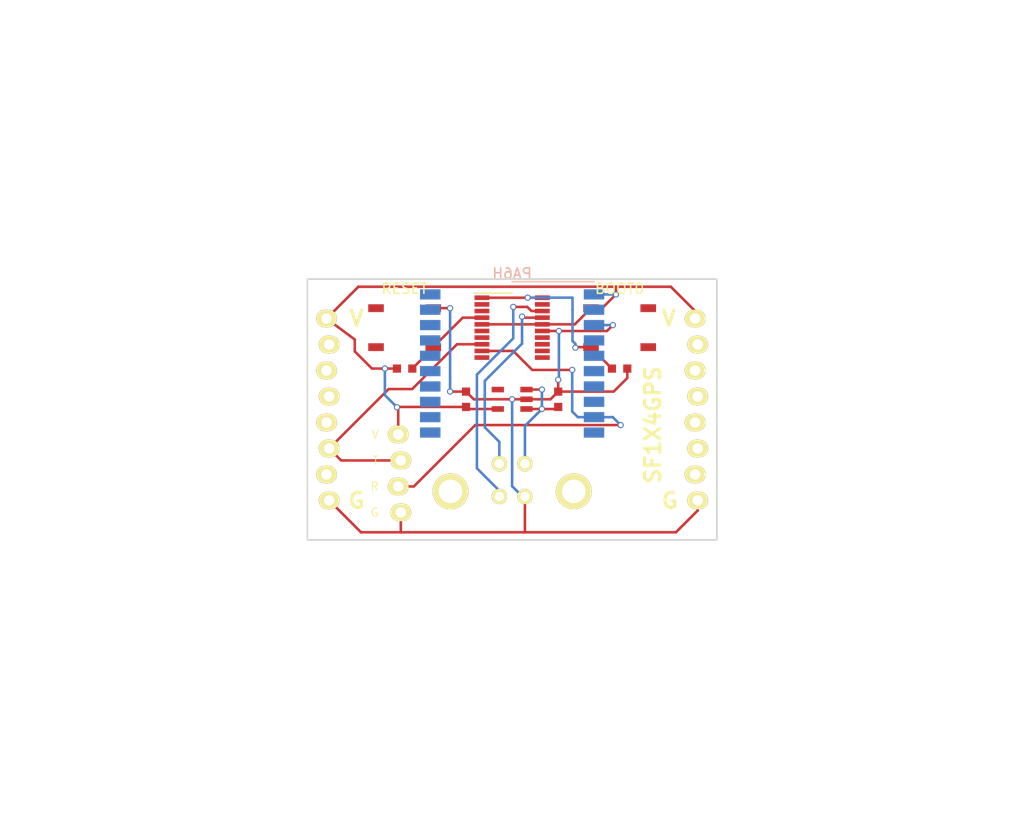
<source format=kicad_pcb>
(kicad_pcb (version 4) (host pcbnew 4.0.2+dfsg1-stable)

  (general
    (links 32)
    (no_connects 0)
    (area 78.774999 50.774999 179.225001 131.225001)
    (thickness 1.6)
    (drawings 13)
    (tracks 133)
    (zones 0)
    (modules 14)
    (nets 10)
  )

  (page A4)
  (layers
    (0 F.Cu signal)
    (31 B.Cu signal)
    (32 B.Adhes user)
    (33 F.Adhes user)
    (34 B.Paste user)
    (35 F.Paste user)
    (36 B.SilkS user)
    (37 F.SilkS user)
    (38 B.Mask user)
    (39 F.Mask user)
    (40 Dwgs.User user)
    (41 Cmts.User user)
    (42 Eco1.User user)
    (43 Eco2.User user)
    (44 Edge.Cuts user)
    (45 Margin user)
    (46 B.CrtYd user)
    (47 F.CrtYd user)
    (48 B.Fab user)
    (49 F.Fab user)
  )

  (setup
    (last_trace_width 0.25)
    (trace_clearance 0.2)
    (zone_clearance 0.508)
    (zone_45_only no)
    (trace_min 0.2)
    (segment_width 0.2)
    (edge_width 0.15)
    (via_size 0.6)
    (via_drill 0.4)
    (via_min_size 0.4)
    (via_min_drill 0.3)
    (uvia_size 0.3)
    (uvia_drill 0.1)
    (uvias_allowed no)
    (uvia_min_size 0.2)
    (uvia_min_drill 0.1)
    (pcb_text_width 0.3)
    (pcb_text_size 1.5 1.5)
    (mod_edge_width 0.15)
    (mod_text_size 1 1)
    (mod_text_width 0.15)
    (pad_size 2.032 1.7272)
    (pad_drill 1.016)
    (pad_to_mask_clearance 0.2)
    (aux_axis_origin 0 0)
    (visible_elements FFFFFF7F)
    (pcbplotparams
      (layerselection 0x00030_80000001)
      (usegerberextensions false)
      (excludeedgelayer true)
      (linewidth 0.150000)
      (plotframeref false)
      (viasonmask false)
      (mode 1)
      (useauxorigin false)
      (hpglpennumber 1)
      (hpglpenspeed 20)
      (hpglpendiameter 15)
      (hpglpenoverlay 2)
      (psnegative false)
      (psa4output false)
      (plotreference true)
      (plotvalue true)
      (plotinvisibletext false)
      (padsonsilk false)
      (subtractmaskfromsilk false)
      (outputformat 1)
      (mirror false)
      (drillshape 1)
      (scaleselection 1)
      (outputdirectory ""))
  )

  (net 0 "")
  (net 1 /gnd)
  (net 2 /vcc)
  (net 3 /reset)
  (net 4 /boot0)
  (net 5 /vin)
  (net 6 /nmea)
  (net 7 /usbdp)
  (net 8 /usbdm)
  (net 9 /utx)

  (net_class Default "This is the default net class."
    (clearance 0.2)
    (trace_width 0.25)
    (via_dia 0.6)
    (via_drill 0.4)
    (uvia_dia 0.3)
    (uvia_drill 0.1)
    (add_net /boot0)
    (add_net /gnd)
    (add_net /nmea)
    (add_net /reset)
    (add_net /usbdm)
    (add_net /usbdp)
    (add_net /utx)
    (add_net /vcc)
    (add_net /vin)
  )

  (module 00_my_modules:Wurth_61400413321_usb (layer F.Cu) (tedit 5E791A21) (tstamp 5E791604)
    (at 129 99)
    (descr Wurth_61400413321)
    (tags usb)
    (fp_text reference USB (at 0 -0.9) (layer F.Fab)
      (effects (font (size 1 1) (thickness 0.15)))
    )
    (fp_text value "" (at 0 1) (layer F.Fab)
      (effects (font (size 0.5 0.5) (thickness 0.01)))
    )
    (fp_line (start -6.1 4.72) (end -6.1 -6.48) (layer F.CrtYd) (width 0.05))
    (fp_line (start 6.1 4.72) (end 6.1 -6.48) (layer F.CrtYd) (width 0.05))
    (fp_line (start -6.1 -6.48) (end 6.1 -6.48) (layer F.CrtYd) (width 0.05))
    (fp_line (start -6.1 4.72) (end 6.1 4.72) (layer F.CrtYd) (width 0.05))
    (fp_line (start -15 0) (end 15 0) (layer F.CrtYd) (width 0.01))
    (fp_line (start 0 -15) (end 0 15) (layer F.CrtYd) (width 0.01))
    (pad V thru_hole circle (at 1.25 -2.7) (size 1.5 1.5) (drill 0.92) (layers *.Cu *.Mask F.SilkS)
      (net 5 /vin))
    (pad - thru_hole circle (at -1.25 -2.7) (size 1.5 1.5) (drill 0.92) (layers *.Cu *.Mask F.SilkS)
      (net 8 /usbdm))
    (pad + thru_hole circle (at -1.25 0.5) (size 1.5 1.5) (drill 0.92) (layers *.Cu *.Mask F.SilkS)
      (net 7 /usbdp))
    (pad G thru_hole circle (at 1.25 0.5) (size 1.5 1.5) (drill 0.92) (layers *.Cu *.Mask F.SilkS)
      (net 1 /gnd))
    (pad X thru_hole circle (at 6.02 0) (size 3.5 3.5) (drill 2.3) (layers *.Cu *.Mask F.SilkS))
    (pad X thru_hole circle (at -6.02 0) (size 3.5 3.5) (drill 2.3) (layers *.Cu *.Mask F.SilkS))
  )

  (module 00_my_modules:header1x8wiggle (layer F.Cu) (tedit 5E790F4C) (tstamp 5E66303D)
    (at 147 91)
    (descr "Through hole pin header")
    (tags "pin header")
    (fp_text reference "" (at 0 -2.4) (layer F.SilkS)
      (effects (font (size 0.5 0.5) (thickness 0.01)))
    )
    (fp_text value "" (at 0 -3.1) (layer F.Fab)
      (effects (font (size 0.5 0.5) (thickness 0.01)))
    )
    (fp_line (start -1.75 -10.64) (end -1.75 10.64) (layer F.CrtYd) (width 0.05))
    (fp_line (start 1.75 -10.64) (end 1.75 10.64) (layer F.CrtYd) (width 0.05))
    (fp_line (start -1.75 -10.64) (end 1.75 -10.64) (layer F.CrtYd) (width 0.05))
    (fp_line (start -1.75 10.64) (end 1.75 10.64) (layer F.CrtYd) (width 0.05))
    (fp_line (start -6 -8.89) (end 6 -8.89) (layer F.CrtYd) (width 0.01))
    (fp_line (start -6 0) (end 6 0) (layer F.CrtYd) (width 0.01))
    (fp_line (start -6 8.89) (end 6 8.89) (layer F.CrtYd) (width 0.01))
    (pad 1 thru_hole oval (at -0.127 -8.89) (size 2.032 1.7272) (drill 1.016) (layers *.Cu *.Mask F.SilkS)
      (net 2 /vcc))
    (pad 2 thru_hole oval (at 0.127 -6.35) (size 2.032 1.7272) (drill 1.016) (layers *.Cu *.Mask F.SilkS))
    (pad 3 thru_hole oval (at -0.127 -3.81) (size 2.032 1.7272) (drill 1.016) (layers *.Cu *.Mask F.SilkS))
    (pad 4 thru_hole oval (at 0.127 -1.27) (size 2.032 1.7272) (drill 1.016) (layers *.Cu *.Mask F.SilkS))
    (pad 5 thru_hole oval (at -0.127 1.27) (size 2.032 1.7272) (drill 1.016) (layers *.Cu *.Mask F.SilkS))
    (pad 6 thru_hole oval (at 0.127 3.81) (size 2.032 1.7272) (drill 1.016) (layers *.Cu *.Mask F.SilkS))
    (pad 7 thru_hole oval (at -0.127 6.35) (size 2.032 1.7272) (drill 1.016) (layers *.Cu *.Mask F.SilkS))
    (pad 8 thru_hole oval (at 0.127 8.89) (size 2.032 1.7272) (drill 1.016) (layers *.Cu *.Mask F.SilkS)
      (net 1 /gnd))
  )

  (module 00_my_modules:header1x8wiggle (layer F.Cu) (tedit 5E792461) (tstamp 5E663062)
    (at 111 91)
    (descr "Through hole pin header")
    (tags "pin header")
    (fp_text reference "" (at 0 -2.4) (layer F.SilkS)
      (effects (font (size 0.5 0.5) (thickness 0.01)))
    )
    (fp_text value "" (at 0 -3.1) (layer F.Fab)
      (effects (font (size 0.5 0.5) (thickness 0.01)))
    )
    (fp_line (start -1.75 -10.64) (end -1.75 10.64) (layer F.CrtYd) (width 0.05))
    (fp_line (start 1.75 -10.64) (end 1.75 10.64) (layer F.CrtYd) (width 0.05))
    (fp_line (start -1.75 -10.64) (end 1.75 -10.64) (layer F.CrtYd) (width 0.05))
    (fp_line (start -1.75 10.64) (end 1.75 10.64) (layer F.CrtYd) (width 0.05))
    (fp_line (start -6 -8.89) (end 6 -8.89) (layer F.CrtYd) (width 0.01))
    (fp_line (start -6 0) (end 6 0) (layer F.CrtYd) (width 0.01))
    (fp_line (start -6 8.89) (end 6 8.89) (layer F.CrtYd) (width 0.01))
    (pad 1 thru_hole oval (at -0.127 -8.89) (size 2.032 1.7272) (drill 1.016) (layers *.Cu *.Mask F.SilkS)
      (net 2 /vcc))
    (pad 2 thru_hole oval (at 0.127 -6.35) (size 2.032 1.7272) (drill 1.016) (layers *.Cu *.Mask F.SilkS))
    (pad 3 thru_hole oval (at -0.127 -3.81) (size 2.032 1.7272) (drill 1.016) (layers *.Cu *.Mask F.SilkS))
    (pad 4 thru_hole oval (at 0.127 -1.27) (size 2.032 1.7272) (drill 1.016) (layers *.Cu *.Mask F.SilkS))
    (pad 5 thru_hole oval (at -0.127 1.27) (size 2.032 1.7272) (drill 1.016) (layers *.Cu *.Mask F.SilkS))
    (pad 6 thru_hole oval (at 0.127 3.81) (size 2.032 1.7272) (drill 1.016) (layers *.Cu *.Mask F.SilkS)
      (net 9 /utx))
    (pad 7 thru_hole oval (at -0.127 6.35) (size 2.032 1.7272) (drill 1.016) (layers *.Cu *.Mask F.SilkS))
    (pad 8 thru_hole oval (at 0.127 8.89) (size 2.032 1.7272) (drill 1.016) (layers *.Cu *.Mask F.SilkS)
      (net 1 /gnd))
  )

  (module 00_my_modules:ATA8041AG (layer B.Cu) (tedit 5E77FA80) (tstamp 5E661EE0)
    (at 129 91 180)
    (descr LED)
    (tags "numeric seven segment")
    (fp_text reference "" (at 0 0 180) (layer B.SilkS)
      (effects (font (size 0.5 0.5) (thickness 0.01)) (justify mirror))
    )
    (fp_text value top (at 0 9 180) (layer B.Fab)
      (effects (font (size 1 1) (thickness 0.1)) (justify mirror))
    )
    (fp_line (start -35.8 12.85) (end -35.8 -12.85) (layer B.CrtYd) (width 0.05))
    (fp_line (start 35.8 12.85) (end 35.8 -12.85) (layer B.CrtYd) (width 0.05))
    (fp_line (start -35.8 12.85) (end 35.8 12.85) (layer B.CrtYd) (width 0.05))
    (fp_line (start -35.8 -12.85) (end 35.8 -12.85) (layer B.CrtYd) (width 0.05))
    (fp_line (start -50 0) (end 50 0) (layer B.CrtYd) (width 0.05))
    (fp_line (start 0 40) (end 0 -40) (layer B.CrtYd) (width 0.05))
  )

  (module 00_my_modules:PA6H (layer B.Cu) (tedit 5E79138F) (tstamp 5E790D91)
    (at 129 86.5 180)
    (descr PA6H)
    (tags "PA6H gps")
    (fp_text reference PA6H (at 0 8.8 180) (layer B.SilkS)
      (effects (font (size 1 1) (thickness 0.15)) (justify mirror))
    )
    (fp_text value GPS (at 0 7 180) (layer B.Fab)
      (effects (font (size 1 1) (thickness 0.15)) (justify mirror))
    )
    (fp_line (start -8 8) (end -8 -8) (layer B.CrtYd) (width 0.05))
    (fp_line (start 8 8) (end 8 -8) (layer B.CrtYd) (width 0.05))
    (fp_line (start -8 8) (end 8 8) (layer B.CrtYd) (width 0.05))
    (fp_line (start -8 -8) (end 8 -8) (layer B.CrtYd) (width 0.05))
    (fp_line (start -8 8) (end 0 8) (layer B.SilkS) (width 0.15))
    (fp_line (start -15 0) (end 15 0) (layer B.CrtYd) (width 0.01))
    (fp_line (start 0 15) (end 0 -15) (layer B.CrtYd) (width 0.01))
    (pad VCC smd rect (at -8 6.75 180) (size 2 1) (layers B.Cu B.Paste B.Mask)
      (net 2 /vcc))
    (pad 2 smd rect (at -8 5.25 180) (size 2 1) (layers B.Cu B.Paste B.Mask))
    (pad GND smd rect (at -8 3.75 180) (size 2 1) (layers B.Cu B.Paste B.Mask)
      (net 1 /gnd))
    (pad 4 smd rect (at -8 2.25 180) (size 2 1) (layers B.Cu B.Paste B.Mask))
    (pad 5 smd rect (at -8 0.75 180) (size 2 1) (layers B.Cu B.Paste B.Mask))
    (pad 6 smd rect (at -8 -0.75 180) (size 2 1) (layers B.Cu B.Paste B.Mask))
    (pad 7 smd rect (at -8 -2.25 180) (size 2 1) (layers B.Cu B.Paste B.Mask))
    (pad 8 smd rect (at -8 -3.75 180) (size 2 1) (layers B.Cu B.Paste B.Mask))
    (pad TX smd rect (at -8 -5.25 180) (size 2 1) (layers B.Cu B.Paste B.Mask)
      (net 6 /nmea))
    (pad RX smd rect (at -8 -6.75 180) (size 2 1) (layers B.Cu B.Paste B.Mask))
    (pad 11 smd rect (at 8 -6.75 180) (size 2 1) (layers B.Cu B.Paste B.Mask))
    (pad 12 smd rect (at 8 -5.25 180) (size 2 1) (layers B.Cu B.Paste B.Mask))
    (pad 13 smd rect (at 8 -3.75 180) (size 2 1) (layers B.Cu B.Paste B.Mask))
    (pad 14 smd rect (at 8 -2.25 180) (size 2 1) (layers B.Cu B.Paste B.Mask))
    (pad 15 smd rect (at 8 -0.75 180) (size 2 1) (layers B.Cu B.Paste B.Mask))
    (pad 16 smd rect (at 8 0.75 180) (size 2 1) (layers B.Cu B.Paste B.Mask))
    (pad 17 smd rect (at 8 2.25 180) (size 2 1) (layers B.Cu B.Paste B.Mask))
    (pad 18 smd rect (at 8 3.75 180) (size 2 1) (layers B.Cu B.Paste B.Mask))
    (pad 19 smd rect (at 8 5.25 180) (size 2 1) (layers B.Cu B.Paste B.Mask))
    (pad 20 smd rect (at 8 6.75 180) (size 2 1) (layers B.Cu B.Paste B.Mask))
  )

  (module 00_my_modules:STM32 (layer F.Cu) (tedit 5E79250C) (tstamp 5E790E8F)
    (at 129 83)
    (descr STM32)
    (tags STM32)
    (attr smd)
    (fp_text reference STM32 (at 0 0 90) (layer F.Fab)
      (effects (font (size 0.8 0.8) (thickness 0.1)))
    )
    (fp_text value STM32F042F4 (at -1.5 0 90) (layer F.Fab)
      (effects (font (size 0.5 0.5) (thickness 0.01)))
    )
    (fp_line (start -3.95 -3.55) (end -3.95 3.55) (layer F.CrtYd) (width 0.05))
    (fp_line (start 3.95 -3.55) (end 3.95 3.55) (layer F.CrtYd) (width 0.05))
    (fp_line (start -3.95 -3.55) (end 3.95 -3.55) (layer F.CrtYd) (width 0.05))
    (fp_line (start -3.95 3.55) (end 3.95 3.55) (layer F.CrtYd) (width 0.05))
    (fp_line (start -3.75 -3.375) (end 0 -3.375) (layer F.SilkS) (width 0.15))
    (fp_line (start -2.2 -3.25) (end 2.2 -3.25) (layer F.Fab) (width 0.01))
    (fp_line (start -2.2 3.25) (end 2.2 3.25) (layer F.Fab) (width 0.01))
    (fp_line (start -2.2 -3.25) (end -2.2 3.25) (layer F.Fab) (width 0.01))
    (fp_line (start 2.2 -3.25) (end 2.2 3.25) (layer F.Fab) (width 0.01))
    (fp_line (start -6 0) (end 6 0) (layer F.CrtYd) (width 0.01))
    (fp_line (start 0 -6) (end 0 6) (layer F.CrtYd) (width 0.01))
    (pad BOOT smd rect (at -2.95 -2.925) (size 1.45 0.45) (layers F.Cu F.Paste F.Mask)
      (net 4 /boot0))
    (pad 2 smd rect (at -2.95 -2.275) (size 1.45 0.45) (layers F.Cu F.Paste F.Mask))
    (pad 3 smd rect (at -2.95 -1.625) (size 1.45 0.45) (layers F.Cu F.Paste F.Mask))
    (pad NRST smd rect (at -2.95 -0.975) (size 1.45 0.45) (layers F.Cu F.Paste F.Mask)
      (net 3 /reset))
    (pad VCC smd rect (at -2.95 -0.325) (size 1.45 0.45) (layers F.Cu F.Paste F.Mask)
      (net 2 /vcc))
    (pad PA0 smd rect (at -2.95 0.325) (size 1.45 0.45) (layers F.Cu F.Paste F.Mask))
    (pad PA1 smd rect (at -2.95 0.975) (size 1.45 0.45) (layers F.Cu F.Paste F.Mask))
    (pad PA2 smd rect (at -2.95 1.625) (size 1.45 0.45) (layers F.Cu F.Paste F.Mask)
      (net 9 /utx))
    (pad PA3 smd rect (at -2.95 2.275) (size 1.45 0.45) (layers F.Cu F.Paste F.Mask)
      (net 6 /nmea))
    (pad PA4 smd rect (at -2.95 2.925) (size 1.45 0.45) (layers F.Cu F.Paste F.Mask))
    (pad PA5 smd rect (at 2.95 2.925) (size 1.45 0.45) (layers F.Cu F.Paste F.Mask))
    (pad PA6 smd rect (at 2.95 2.275) (size 1.45 0.45) (layers F.Cu F.Paste F.Mask))
    (pad PA7 smd rect (at 2.95 1.625) (size 1.45 0.45) (layers F.Cu F.Paste F.Mask))
    (pad PB1 smd rect (at 2.95 0.975) (size 1.45 0.45) (layers F.Cu F.Paste F.Mask))
    (pad GND smd rect (at 2.95 0.325) (size 1.45 0.45) (layers F.Cu F.Paste F.Mask)
      (net 1 /gnd))
    (pad VCC smd rect (at 2.95 -0.325) (size 1.45 0.45) (layers F.Cu F.Paste F.Mask)
      (net 2 /vcc))
    (pad PA11 smd rect (at 2.95 -0.975) (size 1.45 0.45) (layers F.Cu F.Paste F.Mask)
      (net 8 /usbdm))
    (pad PA12 smd rect (at 2.95 -1.625) (size 1.45 0.45) (layers F.Cu F.Paste F.Mask)
      (net 7 /usbdp))
    (pad PA13 smd rect (at 2.95 -2.275) (size 1.45 0.45) (layers F.Cu F.Paste F.Mask))
    (pad PA14 smd rect (at 2.95 -2.925) (size 1.45 0.45) (layers F.Cu F.Paste F.Mask))
  )

  (module 00_my_modules:BUTTON4_SMD (layer F.Cu) (tedit 5E790E7F) (tstamp 5E7920D0)
    (at 139.5 83)
    (descr button4_smd)
    (tags "SPST button tactile switch")
    (fp_text reference BOOT0 (at 0 -3.81) (layer F.SilkS)
      (effects (font (size 1 1) (thickness 0.15)))
    )
    (fp_text value "" (at 0 3.81) (layer F.Fab)
      (effects (font (size 1 1) (thickness 0.15)))
    )
    (fp_line (start -1.54 -2.54) (end -2.54 -1.54) (layer F.Fab) (width 0.2032))
    (fp_line (start -2.54 -1.24) (end -2.54 1.27) (layer F.Fab) (width 0.2032))
    (fp_line (start -2.54 1.54) (end -1.54 2.54) (layer F.Fab) (width 0.2032))
    (fp_line (start -1.54 2.54) (end 1.54 2.54) (layer F.Fab) (width 0.2032))
    (fp_line (start 1.54 2.54) (end 2.54 1.54) (layer F.Fab) (width 0.2032))
    (fp_line (start 2.54 1.24) (end 2.54 -1.24) (layer F.Fab) (width 0.2032))
    (fp_line (start 2.54 -1.54) (end 1.54 -2.54) (layer F.Fab) (width 0.2032))
    (fp_line (start 1.54 -2.54) (end -1.54 -2.54) (layer F.Fab) (width 0.2032))
    (fp_line (start 1.905 1.27) (end 1.905 0.445) (layer F.Fab) (width 0.127))
    (fp_line (start 1.905 0.445) (end 2.16 -0.01) (layer F.Fab) (width 0.127))
    (fp_line (start 1.905 -0.23) (end 1.905 -1.115) (layer F.Fab) (width 0.127))
    (fp_circle (center 0 0) (end 0 1.27) (layer F.Fab) (width 0.2032))
    (pad 1 smd rect (at -2.794 1.905) (size 1.524 0.762) (layers F.Cu F.Paste F.Mask)
      (net 4 /boot0))
    (pad 2 smd rect (at 2.794 1.905) (size 1.524 0.762) (layers F.Cu F.Paste F.Mask))
    (pad 3 smd rect (at -2.794 -1.905) (size 1.524 0.762) (layers F.Cu F.Paste F.Mask)
      (net 2 /vcc))
    (pad 4 smd rect (at 2.794 -1.905) (size 1.524 0.762) (layers F.Cu F.Paste F.Mask))
  )

  (module 00_my_modules:BUTTON4_SMD (layer F.Cu) (tedit 5E790ED0) (tstamp 5E7920F7)
    (at 118.5 83)
    (descr button4_smd)
    (tags "SPST button tactile switch")
    (fp_text reference RESET (at 0 -3.81) (layer F.SilkS)
      (effects (font (size 1 1) (thickness 0.15)))
    )
    (fp_text value "" (at 0 3.81) (layer F.Fab)
      (effects (font (size 1 1) (thickness 0.15)))
    )
    (fp_line (start -1.54 -2.54) (end -2.54 -1.54) (layer F.Fab) (width 0.2032))
    (fp_line (start -2.54 -1.24) (end -2.54 1.27) (layer F.Fab) (width 0.2032))
    (fp_line (start -2.54 1.54) (end -1.54 2.54) (layer F.Fab) (width 0.2032))
    (fp_line (start -1.54 2.54) (end 1.54 2.54) (layer F.Fab) (width 0.2032))
    (fp_line (start 1.54 2.54) (end 2.54 1.54) (layer F.Fab) (width 0.2032))
    (fp_line (start 2.54 1.24) (end 2.54 -1.24) (layer F.Fab) (width 0.2032))
    (fp_line (start 2.54 -1.54) (end 1.54 -2.54) (layer F.Fab) (width 0.2032))
    (fp_line (start 1.54 -2.54) (end -1.54 -2.54) (layer F.Fab) (width 0.2032))
    (fp_line (start 1.905 1.27) (end 1.905 0.445) (layer F.Fab) (width 0.127))
    (fp_line (start 1.905 0.445) (end 2.16 -0.01) (layer F.Fab) (width 0.127))
    (fp_line (start 1.905 -0.23) (end 1.905 -1.115) (layer F.Fab) (width 0.127))
    (fp_circle (center 0 0) (end 0 1.27) (layer F.Fab) (width 0.2032))
    (pad 1 smd rect (at -2.794 1.905) (size 1.524 0.762) (layers F.Cu F.Paste F.Mask))
    (pad 2 smd rect (at 2.794 1.905) (size 1.524 0.762) (layers F.Cu F.Paste F.Mask)
      (net 3 /reset))
    (pad 3 smd rect (at -2.794 -1.905) (size 1.524 0.762) (layers F.Cu F.Paste F.Mask))
    (pad 4 smd rect (at 2.794 -1.905) (size 1.524 0.762) (layers F.Cu F.Paste F.Mask)
      (net 1 /gnd))
  )

  (module 00_my_modules:AP2112 (layer F.Cu) (tedit 5E7911AE) (tstamp 5E7931BF)
    (at 129 90 180)
    (descr SOT25)
    (tags SOT25)
    (attr smd)
    (fp_text reference AP2112 (at 0 0 270) (layer F.Fab)
      (effects (font (size 0.5 0.5) (thickness 0.01)))
    )
    (fp_text value "" (at 0 2.05 180) (layer F.Fab)
      (effects (font (size 0.5 0.5) (thickness 0.01)))
    )
    (fp_line (start -0.8 -1.5) (end 0.8 -1.5) (layer F.Fab) (width 0.01))
    (fp_line (start -0.8 1.5) (end 0.8 1.5) (layer F.Fab) (width 0.01))
    (fp_line (start -0.8 -1.5) (end -0.8 1.5) (layer F.Fab) (width 0.01))
    (fp_line (start 0.8 -1.5) (end 0.8 1.5) (layer F.Fab) (width 0.01))
    (fp_line (start -0.8 -1.5) (end -0.8 1.5) (layer F.Fab) (width 0.01))
    (fp_line (start 0.8 -1.5) (end 0.8 1.5) (layer F.Fab) (width 0.01))
    (fp_line (start -2.3 -1.7) (end 2.3 -1.7) (layer F.CrtYd) (width 0.01))
    (fp_line (start -2.3 -1.7) (end -2.3 1.7) (layer F.CrtYd) (width 0.01))
    (fp_line (start 2.3 1.7) (end 2.3 -1.7) (layer F.CrtYd) (width 0.01))
    (fp_line (start 2.3 1.7) (end -2.3 1.7) (layer F.CrtYd) (width 0.01))
    (pad VIN smd rect (at -1.4 -0.95 180) (size 1.2 0.55) (layers F.Cu F.Paste F.Mask)
      (net 5 /vin))
    (pad GND smd rect (at -1.4 0 180) (size 1.2 0.55) (layers F.Cu F.Paste F.Mask)
      (net 1 /gnd))
    (pad EN smd rect (at -1.4 0.95 180) (size 1.2 0.55) (layers F.Cu F.Paste F.Mask)
      (net 5 /vin))
    (pad NC smd rect (at 1.4 0.95 180) (size 1.2 0.55) (layers F.Cu F.Paste F.Mask))
    (pad VOUT smd rect (at 1.4 -0.95 180) (size 1.2 0.55) (layers F.Cu F.Paste F.Mask)
      (net 2 /vcc))
  )

  (module 00_my_modules:R_0603 (layer F.Cu) (tedit 5E790E78) (tstamp 5E793A58)
    (at 139.5 87)
    (descr R0603)
    (tags "resistor 0603")
    (attr smd)
    (fp_text reference R (at 0 0) (layer F.Fab)
      (effects (font (size 0.5 0.5) (thickness 0.1)))
    )
    (fp_text value "" (at 0 0) (layer F.Fab)
      (effects (font (size 0.5 0.5) (thickness 0.01)))
    )
    (fp_line (start -1.2 -0.45) (end 1.2 -0.45) (layer F.CrtYd) (width 0.01))
    (fp_line (start -1.2 0.45) (end 1.2 0.45) (layer F.CrtYd) (width 0.01))
    (fp_line (start -1.2 -0.45) (end -1.2 0.45) (layer F.CrtYd) (width 0.01))
    (fp_line (start 1.2 -0.45) (end 1.2 0.45) (layer F.CrtYd) (width 0.01))
    (pad 1 smd rect (at -0.75 0) (size 0.8 0.8) (layers F.Cu F.Paste F.Mask)
      (net 4 /boot0))
    (pad 2 smd rect (at 0.75 0) (size 0.8 0.8) (layers F.Cu F.Paste F.Mask)
      (net 1 /gnd))
  )

  (module 00_my_modules:R_0603 (layer F.Cu) (tedit 5E790EBF) (tstamp 5E793A6B)
    (at 118.5 87)
    (descr R0603)
    (tags "resistor 0603")
    (attr smd)
    (fp_text reference R (at 0 0) (layer F.Fab)
      (effects (font (size 0.5 0.5) (thickness 0.1)))
    )
    (fp_text value "" (at 0 0) (layer F.Fab)
      (effects (font (size 0.5 0.5) (thickness 0.01)))
    )
    (fp_line (start -1.2 -0.45) (end 1.2 -0.45) (layer F.CrtYd) (width 0.01))
    (fp_line (start -1.2 0.45) (end 1.2 0.45) (layer F.CrtYd) (width 0.01))
    (fp_line (start -1.2 -0.45) (end -1.2 0.45) (layer F.CrtYd) (width 0.01))
    (fp_line (start 1.2 -0.45) (end 1.2 0.45) (layer F.CrtYd) (width 0.01))
    (pad 1 smd rect (at -0.75 0) (size 0.8 0.8) (layers F.Cu F.Paste F.Mask)
      (net 2 /vcc))
    (pad 2 smd rect (at 0.75 0) (size 0.8 0.8) (layers F.Cu F.Paste F.Mask)
      (net 3 /reset))
  )

  (module 00_my_modules:C_0603 (layer F.Cu) (tedit 5E7911C6) (tstamp 5E794561)
    (at 133.5 90 90)
    (descr C_0603)
    (tags "capacitor 0603")
    (attr smd)
    (fp_text reference C (at 0 0 90) (layer F.Fab)
      (effects (font (size 0.5 0.5) (thickness 0.1)))
    )
    (fp_text value "" (at 0 0 90) (layer F.Fab)
      (effects (font (size 0.5 0.5) (thickness 0.01)))
    )
    (fp_line (start -1.2 -0.45) (end 1.2 -0.45) (layer F.CrtYd) (width 0.01))
    (fp_line (start -1.2 0.45) (end 1.2 0.45) (layer F.CrtYd) (width 0.01))
    (fp_line (start -1.2 -0.45) (end -1.2 0.45) (layer F.CrtYd) (width 0.01))
    (fp_line (start 1.2 -0.45) (end 1.2 0.45) (layer F.CrtYd) (width 0.01))
    (pad 1 smd rect (at -0.75 0 90) (size 0.8 0.8) (layers F.Cu F.Paste F.Mask)
      (net 5 /vin))
    (pad 2 smd rect (at 0.75 0 90) (size 0.8 0.8) (layers F.Cu F.Paste F.Mask)
      (net 1 /gnd))
  )

  (module 00_my_modules:C_0603 (layer F.Cu) (tedit 5E791100) (tstamp 5E794574)
    (at 124.5 90 90)
    (descr C_0603)
    (tags "capacitor 0603")
    (attr smd)
    (fp_text reference C (at 0 0 90) (layer F.Fab)
      (effects (font (size 0.5 0.5) (thickness 0.1)))
    )
    (fp_text value "" (at 0 0 90) (layer F.Fab)
      (effects (font (size 0.5 0.5) (thickness 0.01)))
    )
    (fp_line (start -1.2 -0.45) (end 1.2 -0.45) (layer F.CrtYd) (width 0.01))
    (fp_line (start -1.2 0.45) (end 1.2 0.45) (layer F.CrtYd) (width 0.01))
    (fp_line (start -1.2 -0.45) (end -1.2 0.45) (layer F.CrtYd) (width 0.01))
    (fp_line (start 1.2 -0.45) (end 1.2 0.45) (layer F.CrtYd) (width 0.01))
    (pad 1 smd rect (at -0.75 0 90) (size 0.8 0.8) (layers F.Cu F.Paste F.Mask)
      (net 2 /vcc))
    (pad 2 smd rect (at 0.75 0 90) (size 0.8 0.8) (layers F.Cu F.Paste F.Mask)
      (net 1 /gnd))
  )

  (module 00_my_modules:header1x4wiggle (layer F.Cu) (tedit 5E792706) (tstamp 5E792F10)
    (at 118 97.25)
    (descr "Through hole pin header")
    (tags "pin header")
    (fp_text reference "" (at 0 -2.4) (layer F.SilkS)
      (effects (font (size 0.5 0.5) (thickness 0.01)))
    )
    (fp_text value "" (at 0 -3.1) (layer F.Fab)
      (effects (font (size 0.5 0.5) (thickness 0.01)))
    )
    (fp_line (start -1.75 -5.56) (end -1.75 5.56) (layer F.CrtYd) (width 0.05))
    (fp_line (start 1.75 -5.56) (end 1.75 5.56) (layer F.CrtYd) (width 0.05))
    (fp_line (start -1.75 -5.56) (end 1.75 -5.56) (layer F.CrtYd) (width 0.05))
    (fp_line (start -1.75 5.56) (end 1.75 5.56) (layer F.CrtYd) (width 0.05))
    (fp_line (start -6 -3.81) (end 6 -3.81) (layer F.CrtYd) (width 0.01))
    (fp_line (start -6 0) (end 6 0) (layer F.CrtYd) (width 0.01))
    (fp_line (start -6 3.81) (end 6 3.81) (layer F.CrtYd) (width 0.01))
    (pad 1 thru_hole oval (at -0.127 -3.81) (size 2.032 1.7272) (drill 1.016) (layers *.Cu *.Mask F.SilkS)
      (net 2 /vcc))
    (pad 2 thru_hole oval (at 0.127 -1.27) (size 2.032 1.7272) (drill 1.016) (layers *.Cu *.Mask F.SilkS)
      (net 9 /utx))
    (pad 3 thru_hole oval (at -0.127 1.27) (size 2.032 1.7272) (drill 1.016) (layers *.Cu *.Mask F.SilkS)
      (net 6 /nmea))
    (pad 4 thru_hole oval (at 0.127 3.81) (size 2.032 1.7272) (drill 1.016) (layers *.Cu *.Mask F.SilkS)
      (net 1 /gnd))
  )

  (gr_text G (at 116.04 101.06) (layer F.SilkS)
    (effects (font (size 0.8 0.8) (thickness 0.1)) (justify right))
  )
  (gr_text R (at 116.04 98.52) (layer F.SilkS)
    (effects (font (size 0.8 0.8) (thickness 0.1)) (justify right))
  )
  (gr_text T (at 116.04 95.98) (layer F.SilkS)
    (effects (font (size 0.8 0.8) (thickness 0.1)) (justify right))
  )
  (gr_text V (at 116.04 93.44) (layer F.SilkS)
    (effects (font (size 0.8 0.8) (thickness 0.1)) (justify right))
  )
  (gr_text SF1X4GPS (at 142.75 92.5 90) (layer F.SilkS)
    (effects (font (size 1.5 1.5) (thickness 0.3)))
  )
  (gr_text G (at 144.4 99.9) (layer F.SilkS)
    (effects (font (size 1.5 1.5) (thickness 0.3)))
  )
  (gr_text V (at 144.3 82.1) (layer F.SilkS)
    (effects (font (size 1.5 1.5) (thickness 0.3)))
  )
  (gr_text V (at 113.8 82.1) (layer F.SilkS)
    (effects (font (size 1.5 1.5) (thickness 0.3)))
  )
  (gr_text G (at 113.8 99.9) (layer F.SilkS)
    (effects (font (size 1.5 1.5) (thickness 0.3)))
  )
  (gr_line (start 109 103.75) (end 109 78.25) (angle 90) (layer Edge.Cuts) (width 0.15))
  (gr_line (start 149 103.75) (end 109 103.75) (angle 90) (layer Edge.Cuts) (width 0.15))
  (gr_line (start 149 78.25) (end 149 103.75) (angle 90) (layer Edge.Cuts) (width 0.15))
  (gr_line (start 109 78.25) (end 149 78.25) (angle 90) (layer Edge.Cuts) (width 0.15))

  (segment (start 118.127 101.06) (end 118.127 103) (width 0.25) (layer F.Cu) (net 1) (status 400000))
  (segment (start 133.57 83.33) (end 138.26 83.33) (width 0.25) (layer F.Cu) (net 1))
  (segment (start 138.84 82.75) (end 137 82.75) (width 0.25) (layer B.Cu) (net 1) (tstamp 5E7922F4))
  (via (at 138.84 82.75) (size 0.6) (drill 0.4) (layers F.Cu B.Cu) (net 1))
  (segment (start 138.26 83.33) (end 138.84 82.75) (width 0.25) (layer F.Cu) (net 1) (tstamp 5E7922E8))
  (segment (start 133.5 89.25) (end 133.5 88.09) (width 0.25) (layer F.Cu) (net 1))
  (segment (start 133.565 83.325) (end 131.95 83.325) (width 0.25) (layer F.Cu) (net 1) (tstamp 5E792241))
  (segment (start 133.57 83.33) (end 133.565 83.325) (width 0.25) (layer F.Cu) (net 1) (tstamp 5E792240))
  (via (at 133.57 83.33) (size 0.6) (drill 0.4) (layers F.Cu B.Cu) (net 1))
  (segment (start 133.57 88.02) (end 133.57 83.33) (width 0.25) (layer B.Cu) (net 1) (tstamp 5E792230))
  (segment (start 133.5 88.09) (end 133.57 88.02) (width 0.25) (layer B.Cu) (net 1) (tstamp 5E79222F))
  (via (at 133.5 88.09) (size 0.6) (drill 0.4) (layers F.Cu B.Cu) (net 1))
  (segment (start 121.294 81.095) (end 122.935 81.095) (width 0.25) (layer F.Cu) (net 1))
  (segment (start 122.95 89.25) (end 122.94 89.24) (width 0.25) (layer F.Cu) (net 1) (tstamp 5E79131D))
  (via (at 122.94 89.24) (size 0.6) (drill 0.4) (layers F.Cu B.Cu) (net 1))
  (segment (start 122.94 89.24) (end 122.94 87.75) (width 0.25) (layer B.Cu) (net 1) (tstamp 5E791328))
  (segment (start 122.94 87.75) (end 122.94 81.27) (width 0.25) (layer B.Cu) (net 1) (tstamp 5E791329))
  (segment (start 122.94 81.27) (end 122.94 81.1) (width 0.25) (layer B.Cu) (net 1) (tstamp 5E79132A))
  (via (at 122.94 81.1) (size 0.6) (drill 0.4) (layers F.Cu B.Cu) (net 1))
  (segment (start 122.95 89.25) (end 124.5 89.25) (width 0.25) (layer F.Cu) (net 1))
  (segment (start 122.935 81.095) (end 122.94 81.1) (width 0.25) (layer F.Cu) (net 1) (tstamp 5E791346))
  (segment (start 140.25 87) (end 140.25 87.92) (width 0.25) (layer F.Cu) (net 1))
  (segment (start 138.92 89.25) (end 133.5 89.25) (width 0.25) (layer F.Cu) (net 1) (tstamp 5E7912B6))
  (segment (start 140.25 87.92) (end 138.92 89.25) (width 0.25) (layer F.Cu) (net 1) (tstamp 5E7912B0))
  (via (at 129 90) (size 0.6) (drill 0.4) (layers F.Cu B.Cu) (net 1))
  (segment (start 130 99.5) (end 129 98.5) (width 0.25) (layer B.Cu) (net 1) (tstamp 5E791226))
  (segment (start 129 98.5) (end 129 90) (width 0.25) (layer B.Cu) (net 1) (tstamp 5E791225))
  (segment (start 130 99.5) (end 130.25 99.5) (width 0.25) (layer B.Cu) (net 1) (tstamp 5E79122D))
  (segment (start 124.5 89.25) (end 125.25 90) (width 0.25) (layer F.Cu) (net 1))
  (segment (start 125.25 90) (end 129 90) (width 0.25) (layer F.Cu) (net 1) (tstamp 5E7945B5))
  (segment (start 133.5 89.25) (end 132.75 90) (width 0.25) (layer F.Cu) (net 1))
  (segment (start 132.75 90) (end 130.4 90) (width 0.25) (layer F.Cu) (net 1) (tstamp 5E7945B2))
  (segment (start 130.25 99.5) (end 130.25 103) (width 0.25) (layer F.Cu) (net 1))
  (segment (start 130.4 90) (end 129 90) (width 0.25) (layer F.Cu) (net 1))
  (segment (start 130.25 99.5) (end 130.25 99.25) (width 0.25) (layer F.Cu) (net 1))
  (segment (start 147.127 99.89) (end 147.127 100.873) (width 0.25) (layer F.Cu) (net 1))
  (segment (start 145 103) (end 130.25 103) (width 0.25) (layer F.Cu) (net 1) (tstamp 5E79186F))
  (segment (start 147.127 100.873) (end 145 103) (width 0.25) (layer F.Cu) (net 1) (tstamp 5E79186E))
  (segment (start 114.237 103) (end 111.127 99.89) (width 0.25) (layer F.Cu) (net 1) (tstamp 5E791871))
  (segment (start 130.25 103) (end 118.127 103) (width 0.25) (layer F.Cu) (net 1) (tstamp 5E7945AF))
  (segment (start 118.127 103) (end 114.237 103) (width 0.25) (layer F.Cu) (net 1) (tstamp 5E792F62))
  (segment (start 117.873 93.44) (end 117.873 90.903) (width 0.25) (layer F.Cu) (net 2) (status 400000))
  (segment (start 117.873 90.903) (end 117.75 90.78) (width 0.25) (layer F.Cu) (net 2) (tstamp 5E792F5B))
  (segment (start 131.95 82.675) (end 135.126 82.675) (width 0.25) (layer F.Cu) (net 2))
  (segment (start 135.126 82.675) (end 136.706 81.095) (width 0.25) (layer F.Cu) (net 2) (tstamp 5E7923EC))
  (segment (start 124.5 90.75) (end 117.78 90.75) (width 0.25) (layer F.Cu) (net 2))
  (via (at 116.57 87) (size 0.6) (drill 0.4) (layers F.Cu B.Cu) (net 2))
  (segment (start 116.57 89.6) (end 116.57 87) (width 0.25) (layer B.Cu) (net 2) (tstamp 5E79228B))
  (segment (start 117.75 90.78) (end 116.57 89.6) (width 0.25) (layer B.Cu) (net 2) (tstamp 5E79228A))
  (via (at 117.75 90.78) (size 0.6) (drill 0.4) (layers F.Cu B.Cu) (net 2))
  (segment (start 117.78 90.75) (end 117.75 90.78) (width 0.25) (layer F.Cu) (net 2) (tstamp 5E79227F))
  (segment (start 131.95 82.675) (end 126.05 82.675) (width 0.25) (layer F.Cu) (net 2))
  (segment (start 117.75 87) (end 116.57 87) (width 0.25) (layer F.Cu) (net 2))
  (segment (start 116.57 87) (end 115.31 87) (width 0.25) (layer F.Cu) (net 2) (tstamp 5E792299))
  (segment (start 113.63 84.16) (end 110.873 82.11) (width 0.25) (layer F.Cu) (net 2) (tstamp 5E7912EA))
  (segment (start 113.63 85.32) (end 113.63 84.16) (width 0.25) (layer F.Cu) (net 2) (tstamp 5E7912E8))
  (segment (start 115.31 87) (end 113.63 85.32) (width 0.25) (layer F.Cu) (net 2) (tstamp 5E7912E4))
  (segment (start 136.706 81.095) (end 137.795 81.095) (width 0.25) (layer F.Cu) (net 2))
  (segment (start 137.795 81.095) (end 139.14 79.75) (width 0.25) (layer F.Cu) (net 2) (tstamp 5E7912C3))
  (segment (start 124.5 90.75) (end 124.7 90.95) (width 0.25) (layer F.Cu) (net 2))
  (segment (start 124.7 90.95) (end 127.6 90.95) (width 0.25) (layer F.Cu) (net 2) (tstamp 5E7945B7))
  (segment (start 137 79.75) (end 139.14 79.75) (width 0.25) (layer B.Cu) (net 2))
  (segment (start 139.14 79.75) (end 139.14 79) (width 0.25) (layer F.Cu) (net 2) (tstamp 5E793D14))
  (via (at 139.14 79.75) (size 0.6) (drill 0.4) (layers F.Cu B.Cu) (net 2))
  (segment (start 146.873 82.11) (end 146.873 81.373) (width 0.25) (layer F.Cu) (net 2))
  (segment (start 146.873 81.373) (end 144.5 79) (width 0.25) (layer F.Cu) (net 2) (tstamp 5E791867))
  (segment (start 144.5 79) (end 139.14 79) (width 0.25) (layer F.Cu) (net 2) (tstamp 5E791868))
  (segment (start 139.14 79) (end 113.983 79) (width 0.25) (layer F.Cu) (net 2) (tstamp 5E793D17))
  (segment (start 113.983 79) (end 110.873 82.11) (width 0.25) (layer F.Cu) (net 2) (tstamp 5E79186A))
  (segment (start 126.05 82.025) (end 124.174 82.025) (width 0.25) (layer F.Cu) (net 3))
  (segment (start 124.174 82.025) (end 121.294 84.905) (width 0.25) (layer F.Cu) (net 3) (tstamp 5E79219B))
  (segment (start 121.294 84.905) (end 121.294 84.956) (width 0.25) (layer F.Cu) (net 3))
  (segment (start 121.294 84.956) (end 119.25 87) (width 0.25) (layer F.Cu) (net 3) (tstamp 5E7912D1))
  (segment (start 126.05 80.075) (end 130.515 80.075) (width 0.25) (layer F.Cu) (net 4))
  (segment (start 135.235 84.905) (end 136.706 84.905) (width 0.25) (layer F.Cu) (net 4) (tstamp 5E792347))
  (segment (start 135.18 84.96) (end 135.235 84.905) (width 0.25) (layer F.Cu) (net 4) (tstamp 5E792346))
  (via (at 135.18 84.96) (size 0.6) (drill 0.4) (layers F.Cu B.Cu) (net 4))
  (segment (start 135.18 84.58) (end 135.18 84.96) (width 0.25) (layer B.Cu) (net 4) (tstamp 5E79233A))
  (segment (start 134.9 84.3) (end 135.18 84.58) (width 0.25) (layer B.Cu) (net 4) (tstamp 5E79232F))
  (segment (start 134.9 81.23) (end 134.9 84.3) (width 0.25) (layer B.Cu) (net 4) (tstamp 5E79232B))
  (segment (start 134.9 80.07) (end 134.9 81.23) (width 0.25) (layer B.Cu) (net 4) (tstamp 5E792318))
  (segment (start 130.52 80.07) (end 134.9 80.07) (width 0.25) (layer B.Cu) (net 4) (tstamp 5E792317))
  (via (at 130.52 80.07) (size 0.6) (drill 0.4) (layers F.Cu B.Cu) (net 4))
  (segment (start 130.515 80.075) (end 130.52 80.07) (width 0.25) (layer F.Cu) (net 4) (tstamp 5E792309))
  (segment (start 136.706 84.905) (end 136.706 84.956) (width 0.25) (layer F.Cu) (net 4))
  (segment (start 136.706 84.956) (end 138.75 87) (width 0.25) (layer F.Cu) (net 4) (tstamp 5E7912A7))
  (segment (start 131.91 90.95) (end 131.91 89.05) (width 0.25) (layer B.Cu) (net 5))
  (segment (start 131.91 89.05) (end 130.4 89.05) (width 0.25) (layer F.Cu) (net 5) (tstamp 5E791284))
  (via (at 131.91 89.05) (size 0.6) (drill 0.4) (layers F.Cu B.Cu) (net 5))
  (via (at 131.91 90.95) (size 0.6) (drill 0.4) (layers F.Cu B.Cu) (net 5))
  (segment (start 130.25 96.3) (end 130.25 92.61) (width 0.25) (layer B.Cu) (net 5) (tstamp 5E791262))
  (segment (start 130.25 92.61) (end 131.91 90.95) (width 0.25) (layer B.Cu) (net 5) (tstamp 5E791261))
  (segment (start 133.5 90.75) (end 133.75 90.75) (width 0.25) (layer F.Cu) (net 5))
  (segment (start 130.4 90.95) (end 131.91 90.95) (width 0.25) (layer F.Cu) (net 5))
  (segment (start 131.91 90.95) (end 133.3 90.95) (width 0.25) (layer F.Cu) (net 5) (tstamp 5E79125E))
  (segment (start 133.3 90.95) (end 133.5 90.75) (width 0.25) (layer F.Cu) (net 5) (tstamp 5E7911DF))
  (segment (start 117.873 98.52) (end 119.4 98.52) (width 0.25) (layer F.Cu) (net 6) (status 400000))
  (segment (start 138.83 91.75) (end 137 91.75) (width 0.25) (layer B.Cu) (net 6) (tstamp 5E792F6A) (status 800000))
  (segment (start 139.6 92.52) (end 138.83 91.75) (width 0.25) (layer B.Cu) (net 6) (tstamp 5E792F69))
  (via (at 139.6 92.52) (size 0.6) (drill 0.4) (layers F.Cu B.Cu) (net 6))
  (segment (start 125.4 92.52) (end 139.6 92.52) (width 0.25) (layer F.Cu) (net 6) (tstamp 5E792F66))
  (segment (start 119.4 98.52) (end 125.4 92.52) (width 0.25) (layer F.Cu) (net 6) (tstamp 5E792F64))
  (segment (start 126.05 85.275) (end 129.105 85.275) (width 0.25) (layer F.Cu) (net 6))
  (segment (start 135.42 91.75) (end 137 91.75) (width 0.25) (layer B.Cu) (net 6) (tstamp 5E79255F))
  (segment (start 134.87 91.2) (end 135.42 91.75) (width 0.25) (layer B.Cu) (net 6) (tstamp 5E792556))
  (segment (start 134.87 87.13) (end 134.87 91.2) (width 0.25) (layer B.Cu) (net 6) (tstamp 5E792555))
  (via (at 134.87 87.13) (size 0.6) (drill 0.4) (layers F.Cu B.Cu) (net 6))
  (segment (start 130.96 87.13) (end 134.87 87.13) (width 0.25) (layer F.Cu) (net 6) (tstamp 5E79254D))
  (segment (start 129.105 85.275) (end 130.96 87.13) (width 0.25) (layer F.Cu) (net 6) (tstamp 5E792546))
  (segment (start 127.75 99.5) (end 127.75 98.94) (width 0.25) (layer B.Cu) (net 7))
  (segment (start 127.75 98.94) (end 125.56 96.75) (width 0.25) (layer B.Cu) (net 7) (tstamp 5E79239F))
  (segment (start 125.56 96.75) (end 125.56 87.59) (width 0.25) (layer B.Cu) (net 7) (tstamp 5E7923A5))
  (segment (start 125.56 87.59) (end 129.11 84.04) (width 0.25) (layer B.Cu) (net 7) (tstamp 5E7923AC))
  (segment (start 129.11 84.04) (end 129.11 80.97) (width 0.25) (layer B.Cu) (net 7) (tstamp 5E7923B4))
  (via (at 129.11 80.97) (size 0.6) (drill 0.4) (layers F.Cu B.Cu) (net 7))
  (segment (start 129.11 80.97) (end 130.48 80.97) (width 0.25) (layer F.Cu) (net 7) (tstamp 5E7923BF))
  (segment (start 130.48 80.97) (end 130.885 81.375) (width 0.25) (layer F.Cu) (net 7) (tstamp 5E7923C0))
  (segment (start 130.885 81.375) (end 131.95 81.375) (width 0.25) (layer F.Cu) (net 7) (tstamp 5E7923C3))
  (segment (start 127.75 96.3) (end 127.75 94.16) (width 0.25) (layer B.Cu) (net 8))
  (segment (start 130.075 82.025) (end 131.95 82.025) (width 0.25) (layer F.Cu) (net 8) (tstamp 5E792395))
  (segment (start 129.97 81.92) (end 130.075 82.025) (width 0.25) (layer F.Cu) (net 8) (tstamp 5E792394))
  (via (at 129.97 81.92) (size 0.6) (drill 0.4) (layers F.Cu B.Cu) (net 8))
  (segment (start 129.97 84.56) (end 129.97 81.92) (width 0.25) (layer B.Cu) (net 8) (tstamp 5E792384))
  (segment (start 126.33 88.2) (end 129.97 84.56) (width 0.25) (layer B.Cu) (net 8) (tstamp 5E79237B))
  (segment (start 126.33 92.74) (end 126.33 88.2) (width 0.25) (layer B.Cu) (net 8) (tstamp 5E792373))
  (segment (start 127.75 94.16) (end 126.33 92.74) (width 0.25) (layer B.Cu) (net 8) (tstamp 5E79236B))
  (segment (start 127.75 96.3) (end 127.75 95.79) (width 0.25) (layer B.Cu) (net 8))
  (segment (start 118.127 95.98) (end 112.297 95.98) (width 0.25) (layer F.Cu) (net 9) (status 400000))
  (segment (start 112.297 95.98) (end 111.127 94.81) (width 0.25) (layer F.Cu) (net 9) (tstamp 5E792F5D) (status 800000))
  (segment (start 126.05 84.625) (end 123.615 84.625) (width 0.25) (layer F.Cu) (net 9))
  (segment (start 116.937 89) (end 111.127 94.81) (width 0.25) (layer F.Cu) (net 9) (tstamp 5E7922BF))
  (segment (start 119.24 89) (end 116.937 89) (width 0.25) (layer F.Cu) (net 9) (tstamp 5E7922B1))
  (segment (start 123.615 84.625) (end 119.24 89) (width 0.25) (layer F.Cu) (net 9) (tstamp 5E7922A8))

)

</source>
